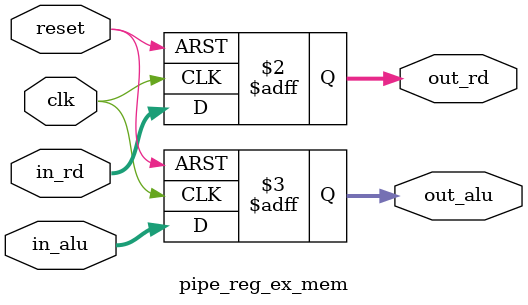
<source format=v>
module pipe_reg_ex_mem(
    input  wire       clk,
    input  wire       reset,
    input  wire [1:0]  in_rd,
    input  wire [7:0]  in_alu,
    output reg  [1:0]  out_rd,
    output reg  [7:0]  out_alu
);
    always @(posedge clk or posedge reset) begin
        if (reset) begin
            out_rd  <= 2'b0;
            out_alu <= 8'b0;
        end else begin
            out_rd  <= in_rd;
            out_alu <= in_alu;
        end
    end
endmodule
</source>
